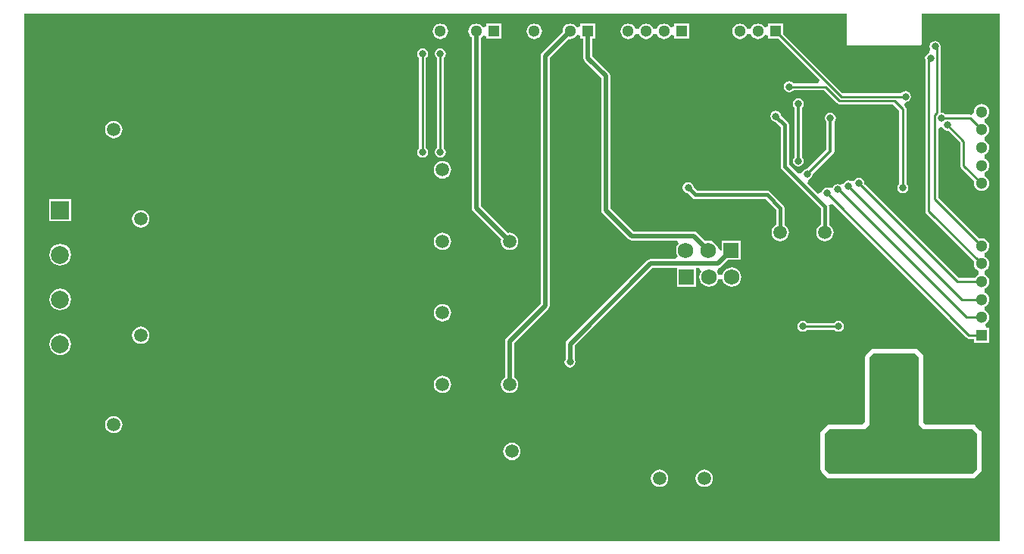
<source format=gbl>
G04 Layer_Physical_Order=2*
G04 Layer_Color=16711680*
%FSLAX42Y42*%
%MOMM*%
G71*
G01*
G75*
%ADD30C,0.25*%
%ADD31C,0.40*%
%ADD33C,0.50*%
%ADD35C,0.38*%
%ADD38C,5.00*%
%ADD39C,1.37*%
%ADD40R,1.37X1.37*%
%ADD41C,1.52*%
%ADD42C,1.30*%
%ADD43R,1.30X1.30*%
%ADD44R,1.30X1.30*%
%ADD45R,2.00X2.00*%
%ADD46C,2.00*%
%ADD47C,1.73*%
%ADD48R,1.73X1.73*%
%ADD49C,0.80*%
%ADD50R,3.00X1.00*%
%ADD51R,7.20X5.55*%
G36*
X9239Y5950D02*
Y5615D01*
X9241Y5607D01*
X9245Y5600D01*
X9252Y5596D01*
X9260Y5594D01*
X10060D01*
X10068Y5596D01*
X10075Y5600D01*
X10079Y5607D01*
X10081Y5615D01*
Y5950D01*
X10950D01*
Y50D01*
X50Y50D01*
Y5950D01*
X9239Y5950D01*
D02*
G37*
%LPC*%
G36*
X8250Y5836D02*
X8228Y5833D01*
X8207Y5825D01*
X8189Y5811D01*
X8175Y5793D01*
X8171Y5781D01*
X8165Y5780D01*
X8135D01*
X8129Y5781D01*
X8125Y5793D01*
X8111Y5811D01*
X8093Y5825D01*
X8072Y5833D01*
X8050Y5836D01*
X8028Y5833D01*
X8007Y5825D01*
X7989Y5811D01*
X7975Y5793D01*
X7967Y5772D01*
X7964Y5750D01*
X7967Y5728D01*
X7975Y5707D01*
X7989Y5689D01*
X8007Y5675D01*
X8028Y5667D01*
X8050Y5664D01*
X8072Y5667D01*
X8093Y5675D01*
X8111Y5689D01*
X8125Y5707D01*
X8129Y5719D01*
X8135Y5720D01*
X8165D01*
X8171Y5719D01*
X8175Y5707D01*
X8189Y5689D01*
X8207Y5675D01*
X8228Y5667D01*
X8250Y5664D01*
X8272Y5667D01*
X8293Y5675D01*
X8311Y5689D01*
X8325Y5707D01*
X8325Y5707D01*
X8365Y5699D01*
Y5665D01*
X8480D01*
X8939Y5206D01*
X8924Y5169D01*
X8647D01*
X8643Y5173D01*
X8624Y5187D01*
X8600Y5191D01*
X8576Y5187D01*
X8557Y5173D01*
X8543Y5154D01*
X8539Y5130D01*
X8543Y5106D01*
X8557Y5087D01*
X8576Y5073D01*
X8600Y5069D01*
X8624Y5073D01*
X8643Y5087D01*
X8647Y5091D01*
X8989D01*
X9134Y4947D01*
X9146Y4938D01*
X9161Y4935D01*
X9760D01*
X9831Y4864D01*
Y4047D01*
X9827Y4043D01*
X9813Y4024D01*
X9809Y4000D01*
X9813Y3976D01*
X9827Y3957D01*
X9846Y3943D01*
X9870Y3939D01*
X9894Y3943D01*
X9913Y3957D01*
X9927Y3976D01*
X9931Y4000D01*
X9927Y4024D01*
X9913Y4043D01*
X9909Y4047D01*
Y4880D01*
X9906Y4895D01*
X9897Y4907D01*
X9884Y4921D01*
X9896Y4949D01*
X9902Y4959D01*
X9924Y4963D01*
X9943Y4977D01*
X9957Y4996D01*
X9961Y5020D01*
X9957Y5044D01*
X9943Y5063D01*
X9924Y5077D01*
X9900Y5081D01*
X9876Y5077D01*
X9857Y5063D01*
X9853Y5059D01*
X9196D01*
X8535Y5720D01*
Y5835D01*
X8365D01*
Y5801D01*
X8325Y5793D01*
X8325Y5793D01*
X8311Y5811D01*
X8293Y5825D01*
X8272Y5833D01*
X8250Y5836D01*
D02*
G37*
G36*
X7200D02*
X7178Y5833D01*
X7157Y5825D01*
X7139Y5811D01*
X7125Y5793D01*
X7121Y5781D01*
X7115Y5780D01*
X7085D01*
X7079Y5781D01*
X7075Y5793D01*
X7061Y5811D01*
X7043Y5825D01*
X7022Y5833D01*
X7000Y5836D01*
X6978Y5833D01*
X6957Y5825D01*
X6939Y5811D01*
X6925Y5793D01*
X6921Y5781D01*
X6915Y5780D01*
X6885D01*
X6879Y5781D01*
X6875Y5793D01*
X6861Y5811D01*
X6843Y5825D01*
X6822Y5833D01*
X6800Y5836D01*
X6778Y5833D01*
X6757Y5825D01*
X6739Y5811D01*
X6725Y5793D01*
X6717Y5772D01*
X6714Y5750D01*
X6717Y5728D01*
X6725Y5707D01*
X6739Y5689D01*
X6757Y5675D01*
X6778Y5667D01*
X6800Y5664D01*
X6822Y5667D01*
X6843Y5675D01*
X6861Y5689D01*
X6875Y5707D01*
X6879Y5719D01*
X6885Y5720D01*
X6915D01*
X6921Y5719D01*
X6925Y5707D01*
X6939Y5689D01*
X6957Y5675D01*
X6978Y5667D01*
X7000Y5664D01*
X7022Y5667D01*
X7043Y5675D01*
X7061Y5689D01*
X7075Y5707D01*
X7079Y5719D01*
X7085Y5720D01*
X7115D01*
X7121Y5719D01*
X7125Y5707D01*
X7139Y5689D01*
X7157Y5675D01*
X7178Y5667D01*
X7200Y5664D01*
X7222Y5667D01*
X7243Y5675D01*
X7261Y5689D01*
X7275Y5707D01*
X7275Y5707D01*
X7315Y5699D01*
Y5665D01*
X7485D01*
Y5835D01*
X7315D01*
Y5801D01*
X7275Y5793D01*
X7275Y5793D01*
X7261Y5811D01*
X7243Y5825D01*
X7222Y5833D01*
X7200Y5836D01*
D02*
G37*
G36*
X5100D02*
X5078Y5833D01*
X5057Y5825D01*
X5039Y5811D01*
X5025Y5793D01*
X5017Y5772D01*
X5014Y5750D01*
X5017Y5728D01*
X5025Y5707D01*
X5039Y5689D01*
X5049Y5682D01*
Y3775D01*
X5053Y3755D01*
X5064Y3739D01*
X5381Y3422D01*
X5378Y3400D01*
X5381Y3375D01*
X5391Y3351D01*
X5406Y3331D01*
X5426Y3316D01*
X5450Y3306D01*
X5475Y3303D01*
X5500Y3306D01*
X5524Y3316D01*
X5544Y3331D01*
X5559Y3351D01*
X5569Y3375D01*
X5572Y3400D01*
X5569Y3425D01*
X5559Y3449D01*
X5544Y3469D01*
X5524Y3484D01*
X5500Y3494D01*
X5475Y3497D01*
X5453Y3494D01*
X5151Y3796D01*
Y5679D01*
X5175Y5700D01*
X5215Y5690D01*
Y5665D01*
X5385D01*
Y5835D01*
X5215D01*
Y5801D01*
X5175Y5793D01*
X5175Y5793D01*
X5161Y5811D01*
X5143Y5825D01*
X5122Y5833D01*
X5100Y5836D01*
D02*
G37*
G36*
X5750D02*
X5728Y5833D01*
X5707Y5825D01*
X5689Y5811D01*
X5675Y5793D01*
X5667Y5772D01*
X5664Y5750D01*
X5667Y5728D01*
X5675Y5707D01*
X5689Y5689D01*
X5707Y5675D01*
X5728Y5667D01*
X5750Y5664D01*
X5772Y5667D01*
X5793Y5675D01*
X5811Y5689D01*
X5825Y5707D01*
X5833Y5728D01*
X5836Y5750D01*
X5833Y5772D01*
X5825Y5793D01*
X5811Y5811D01*
X5793Y5825D01*
X5772Y5833D01*
X5750Y5836D01*
D02*
G37*
G36*
X4700D02*
X4678Y5833D01*
X4657Y5825D01*
X4639Y5811D01*
X4625Y5793D01*
X4617Y5772D01*
X4614Y5750D01*
X4617Y5728D01*
X4625Y5707D01*
X4639Y5689D01*
X4657Y5675D01*
X4678Y5667D01*
X4700Y5664D01*
X4722Y5667D01*
X4743Y5675D01*
X4761Y5689D01*
X4775Y5707D01*
X4783Y5728D01*
X4786Y5750D01*
X4783Y5772D01*
X4775Y5793D01*
X4761Y5811D01*
X4743Y5825D01*
X4722Y5833D01*
X4700Y5836D01*
D02*
G37*
G36*
X1050Y4747D02*
X1025Y4744D01*
X1001Y4734D01*
X981Y4719D01*
X966Y4699D01*
X956Y4675D01*
X953Y4650D01*
X956Y4625D01*
X966Y4601D01*
X981Y4581D01*
X1001Y4566D01*
X1025Y4556D01*
X1050Y4553D01*
X1075Y4556D01*
X1099Y4566D01*
X1119Y4581D01*
X1134Y4601D01*
X1144Y4625D01*
X1147Y4650D01*
X1144Y4675D01*
X1134Y4699D01*
X1119Y4719D01*
X1099Y4734D01*
X1075Y4744D01*
X1050Y4747D01*
D02*
G37*
G36*
X4700Y5561D02*
X4676Y5557D01*
X4657Y5543D01*
X4643Y5524D01*
X4639Y5500D01*
X4643Y5476D01*
X4657Y5457D01*
X4661Y5453D01*
Y4447D01*
X4657Y4443D01*
X4643Y4424D01*
X4639Y4400D01*
X4643Y4376D01*
X4657Y4357D01*
X4676Y4343D01*
X4700Y4339D01*
X4724Y4343D01*
X4743Y4357D01*
X4757Y4376D01*
X4761Y4400D01*
X4757Y4424D01*
X4743Y4443D01*
X4739Y4447D01*
Y5453D01*
X4743Y5457D01*
X4757Y5476D01*
X4761Y5500D01*
X4757Y5524D01*
X4743Y5543D01*
X4724Y5557D01*
X4700Y5561D01*
D02*
G37*
G36*
X4500D02*
X4476Y5557D01*
X4457Y5543D01*
X4443Y5524D01*
X4439Y5500D01*
X4443Y5476D01*
X4457Y5457D01*
X4461Y5453D01*
Y4447D01*
X4457Y4443D01*
X4443Y4424D01*
X4439Y4400D01*
X4443Y4376D01*
X4457Y4357D01*
X4476Y4343D01*
X4500Y4339D01*
X4524Y4343D01*
X4543Y4357D01*
X4557Y4376D01*
X4561Y4400D01*
X4557Y4424D01*
X4543Y4443D01*
X4539Y4447D01*
Y5453D01*
X4543Y5457D01*
X4557Y5476D01*
X4561Y5500D01*
X4557Y5524D01*
X4543Y5543D01*
X4524Y5557D01*
X4500Y5561D01*
D02*
G37*
G36*
X8700Y5001D02*
X8676Y4997D01*
X8657Y4983D01*
X8643Y4964D01*
X8639Y4940D01*
X8643Y4916D01*
X8655Y4899D01*
Y4341D01*
X8643Y4324D01*
X8639Y4300D01*
X8643Y4276D01*
X8657Y4257D01*
X8676Y4243D01*
X8700Y4239D01*
X8724Y4243D01*
X8743Y4257D01*
X8757Y4276D01*
X8761Y4300D01*
X8757Y4324D01*
X8745Y4341D01*
Y4899D01*
X8757Y4916D01*
X8761Y4940D01*
X8757Y4964D01*
X8743Y4983D01*
X8724Y4997D01*
X8700Y5001D01*
D02*
G37*
G36*
X4725Y4297D02*
X4700Y4294D01*
X4676Y4284D01*
X4656Y4269D01*
X4641Y4249D01*
X4631Y4225D01*
X4628Y4200D01*
X4631Y4175D01*
X4641Y4151D01*
X4656Y4131D01*
X4676Y4116D01*
X4700Y4106D01*
X4725Y4103D01*
X4750Y4106D01*
X4774Y4116D01*
X4794Y4131D01*
X4809Y4151D01*
X4819Y4175D01*
X4822Y4200D01*
X4819Y4225D01*
X4809Y4249D01*
X4794Y4269D01*
X4774Y4284D01*
X4750Y4294D01*
X4725Y4297D01*
D02*
G37*
G36*
X570Y3870D02*
X330D01*
Y3630D01*
X570D01*
Y3870D01*
D02*
G37*
G36*
X1350Y3747D02*
X1325Y3744D01*
X1301Y3734D01*
X1281Y3719D01*
X1266Y3699D01*
X1256Y3675D01*
X1253Y3650D01*
X1256Y3625D01*
X1266Y3601D01*
X1281Y3581D01*
X1301Y3566D01*
X1325Y3556D01*
X1350Y3553D01*
X1375Y3556D01*
X1399Y3566D01*
X1419Y3581D01*
X1434Y3601D01*
X1444Y3625D01*
X1447Y3650D01*
X1444Y3675D01*
X1434Y3699D01*
X1419Y3719D01*
X1399Y3734D01*
X1375Y3744D01*
X1350Y3747D01*
D02*
G37*
G36*
X7470Y4061D02*
X7446Y4057D01*
X7427Y4043D01*
X7413Y4024D01*
X7409Y4000D01*
X7413Y3976D01*
X7427Y3957D01*
X7446Y3943D01*
X7465Y3940D01*
X7517Y3887D01*
X7517Y3887D01*
X7532Y3877D01*
X7550Y3874D01*
X7550Y3874D01*
X8331D01*
X8454Y3751D01*
Y3585D01*
X8451Y3584D01*
X8431Y3569D01*
X8416Y3549D01*
X8406Y3525D01*
X8403Y3500D01*
X8406Y3475D01*
X8416Y3451D01*
X8431Y3431D01*
X8451Y3416D01*
X8475Y3406D01*
X8500Y3403D01*
X8525Y3406D01*
X8549Y3416D01*
X8569Y3431D01*
X8584Y3451D01*
X8594Y3475D01*
X8597Y3500D01*
X8594Y3525D01*
X8584Y3549D01*
X8569Y3569D01*
X8549Y3584D01*
X8546Y3585D01*
Y3770D01*
X8543Y3788D01*
X8533Y3803D01*
X8533Y3803D01*
X8383Y3953D01*
X8368Y3963D01*
X8350Y3966D01*
X8350Y3966D01*
X7569D01*
X7530Y4005D01*
X7527Y4024D01*
X7513Y4043D01*
X7494Y4057D01*
X7470Y4061D01*
D02*
G37*
G36*
X4725Y3497D02*
X4700Y3494D01*
X4676Y3484D01*
X4656Y3469D01*
X4641Y3449D01*
X4631Y3425D01*
X4628Y3400D01*
X4631Y3375D01*
X4641Y3351D01*
X4656Y3331D01*
X4676Y3316D01*
X4700Y3306D01*
X4725Y3303D01*
X4750Y3306D01*
X4774Y3316D01*
X4794Y3331D01*
X4809Y3351D01*
X4819Y3375D01*
X4822Y3400D01*
X4819Y3425D01*
X4809Y3449D01*
X4794Y3469D01*
X4774Y3484D01*
X4750Y3494D01*
X4725Y3497D01*
D02*
G37*
G36*
X450Y3371D02*
X419Y3367D01*
X389Y3355D01*
X364Y3336D01*
X345Y3311D01*
X333Y3281D01*
X329Y3250D01*
X333Y3219D01*
X345Y3189D01*
X364Y3164D01*
X389Y3145D01*
X419Y3133D01*
X450Y3129D01*
X481Y3133D01*
X511Y3145D01*
X536Y3164D01*
X555Y3189D01*
X567Y3219D01*
X571Y3250D01*
X567Y3281D01*
X555Y3311D01*
X536Y3336D01*
X511Y3355D01*
X481Y3367D01*
X450Y3371D01*
D02*
G37*
G36*
X10230Y5641D02*
X10206Y5637D01*
X10187Y5623D01*
X10173Y5604D01*
X10169Y5580D01*
X10173Y5556D01*
X10178Y5550D01*
X10163Y5510D01*
X10161Y5508D01*
X10156Y5507D01*
X10137Y5493D01*
X10123Y5474D01*
X10119Y5450D01*
X10122Y5433D01*
X10121Y5430D01*
Y3740D01*
X10124Y3725D01*
X10133Y3713D01*
X10669Y3176D01*
X10667Y3172D01*
X10664Y3150D01*
X10667Y3128D01*
X10675Y3107D01*
X10689Y3089D01*
X10707Y3075D01*
X10719Y3071D01*
X10720Y3065D01*
Y3035D01*
X10719Y3029D01*
X10707Y3025D01*
X10689Y3011D01*
X10675Y2993D01*
X10674Y2989D01*
X10496D01*
X9440Y4045D01*
X9441Y4050D01*
X9437Y4074D01*
X9423Y4093D01*
X9404Y4107D01*
X9380Y4111D01*
X9356Y4107D01*
X9337Y4093D01*
X9333Y4088D01*
X9316Y4074D01*
X9284Y4077D01*
X9283Y4077D01*
X9260Y4081D01*
X9236Y4077D01*
X9217Y4063D01*
X9209Y4052D01*
X9201Y4043D01*
X9164Y4037D01*
X9161Y4037D01*
X9140Y4041D01*
X9116Y4037D01*
X9097Y4023D01*
X9089Y4012D01*
X9081Y4003D01*
X9044Y3997D01*
X9041Y3997D01*
X9020Y4001D01*
X8996Y3997D01*
X8977Y3983D01*
X8963Y3964D01*
X8961Y3951D01*
X8929Y3937D01*
X8920Y3936D01*
X8806Y4050D01*
X8820Y4092D01*
X8824Y4093D01*
X8843Y4107D01*
X8857Y4126D01*
X8861Y4147D01*
X9092Y4378D01*
X9102Y4393D01*
X9105Y4410D01*
Y4739D01*
X9117Y4756D01*
X9121Y4780D01*
X9117Y4804D01*
X9103Y4823D01*
X9084Y4837D01*
X9060Y4841D01*
X9036Y4837D01*
X9017Y4823D01*
X9003Y4804D01*
X8999Y4780D01*
X9003Y4756D01*
X9015Y4739D01*
Y4429D01*
X8797Y4211D01*
X8776Y4207D01*
X8757Y4193D01*
X8743Y4174D01*
X8742Y4170D01*
X8700Y4156D01*
X8596Y4259D01*
Y4700D01*
X8596Y4700D01*
X8593Y4718D01*
X8583Y4733D01*
X8583Y4733D01*
X8510Y4805D01*
X8507Y4824D01*
X8493Y4843D01*
X8474Y4857D01*
X8450Y4861D01*
X8426Y4857D01*
X8407Y4843D01*
X8393Y4824D01*
X8389Y4800D01*
X8393Y4776D01*
X8407Y4757D01*
X8426Y4743D01*
X8445Y4740D01*
X8504Y4681D01*
Y4240D01*
X8504Y4240D01*
X8507Y4222D01*
X8517Y4207D01*
X8954Y3771D01*
Y3585D01*
X8951Y3584D01*
X8931Y3569D01*
X8916Y3549D01*
X8906Y3525D01*
X8903Y3500D01*
X8906Y3475D01*
X8916Y3451D01*
X8931Y3431D01*
X8951Y3416D01*
X8975Y3406D01*
X9000Y3403D01*
X9025Y3406D01*
X9049Y3416D01*
X9069Y3431D01*
X9084Y3451D01*
X9094Y3475D01*
X9097Y3500D01*
X9094Y3525D01*
X9084Y3549D01*
X9069Y3569D01*
X9049Y3584D01*
X9046Y3585D01*
Y3790D01*
X9046Y3790D01*
X9043Y3805D01*
X9045Y3808D01*
X9083Y3822D01*
X10583Y2323D01*
X10595Y2314D01*
X10610Y2311D01*
X10665D01*
Y2265D01*
X10835D01*
Y2435D01*
X10801D01*
X10793Y2475D01*
X10793Y2475D01*
X10811Y2489D01*
X10825Y2507D01*
X10833Y2528D01*
X10836Y2550D01*
X10833Y2572D01*
X10825Y2593D01*
X10811Y2611D01*
X10793Y2625D01*
X10781Y2629D01*
X10780Y2635D01*
Y2665D01*
X10781Y2671D01*
X10793Y2675D01*
X10811Y2689D01*
X10825Y2707D01*
X10833Y2728D01*
X10836Y2750D01*
X10833Y2772D01*
X10825Y2793D01*
X10811Y2811D01*
X10793Y2825D01*
X10781Y2829D01*
X10780Y2835D01*
Y2865D01*
X10781Y2871D01*
X10793Y2875D01*
X10811Y2889D01*
X10825Y2907D01*
X10833Y2928D01*
X10836Y2950D01*
X10833Y2972D01*
X10825Y2993D01*
X10811Y3011D01*
X10793Y3025D01*
X10781Y3029D01*
X10780Y3035D01*
Y3065D01*
X10781Y3071D01*
X10793Y3075D01*
X10811Y3089D01*
X10825Y3107D01*
X10833Y3128D01*
X10836Y3150D01*
X10833Y3172D01*
X10825Y3193D01*
X10811Y3211D01*
X10793Y3225D01*
X10781Y3229D01*
X10780Y3235D01*
Y3265D01*
X10781Y3271D01*
X10793Y3275D01*
X10811Y3289D01*
X10825Y3307D01*
X10833Y3328D01*
X10836Y3350D01*
X10833Y3372D01*
X10825Y3393D01*
X10811Y3411D01*
X10793Y3425D01*
X10772Y3433D01*
X10750Y3436D01*
X10728Y3433D01*
X10724Y3431D01*
X10265Y3890D01*
Y4655D01*
X10284Y4675D01*
X10305Y4682D01*
X10313Y4677D01*
X10313Y4676D01*
X10327Y4657D01*
X10346Y4643D01*
X10370Y4639D01*
X10375Y4640D01*
X10511Y4504D01*
Y4250D01*
X10514Y4235D01*
X10523Y4223D01*
X10669Y4076D01*
X10667Y4072D01*
X10664Y4050D01*
X10667Y4028D01*
X10675Y4007D01*
X10689Y3989D01*
X10707Y3975D01*
X10728Y3967D01*
X10750Y3964D01*
X10772Y3967D01*
X10793Y3975D01*
X10811Y3989D01*
X10825Y4007D01*
X10833Y4028D01*
X10836Y4050D01*
X10833Y4072D01*
X10825Y4093D01*
X10811Y4111D01*
X10793Y4125D01*
X10781Y4129D01*
X10780Y4135D01*
Y4165D01*
X10781Y4171D01*
X10793Y4175D01*
X10811Y4189D01*
X10825Y4207D01*
X10833Y4228D01*
X10836Y4250D01*
X10833Y4272D01*
X10825Y4293D01*
X10811Y4311D01*
X10793Y4325D01*
X10781Y4329D01*
X10780Y4335D01*
Y4365D01*
X10781Y4371D01*
X10793Y4375D01*
X10811Y4389D01*
X10825Y4407D01*
X10833Y4428D01*
X10836Y4450D01*
X10833Y4472D01*
X10825Y4493D01*
X10811Y4511D01*
X10793Y4525D01*
X10781Y4529D01*
X10780Y4535D01*
Y4565D01*
X10781Y4571D01*
X10793Y4575D01*
X10811Y4589D01*
X10825Y4607D01*
X10833Y4628D01*
X10836Y4650D01*
X10833Y4672D01*
X10825Y4693D01*
X10811Y4711D01*
X10793Y4725D01*
X10781Y4729D01*
X10780Y4735D01*
Y4765D01*
X10781Y4771D01*
X10793Y4775D01*
X10811Y4789D01*
X10825Y4807D01*
X10833Y4828D01*
X10836Y4850D01*
X10833Y4872D01*
X10825Y4893D01*
X10811Y4911D01*
X10793Y4925D01*
X10772Y4933D01*
X10750Y4936D01*
X10728Y4933D01*
X10707Y4925D01*
X10689Y4911D01*
X10675Y4893D01*
X10667Y4872D01*
X10664Y4850D01*
X10665Y4844D01*
X10649Y4829D01*
X10631Y4817D01*
X10630Y4817D01*
X10620Y4819D01*
X10620Y4819D01*
X10347D01*
X10343Y4823D01*
X10324Y4837D01*
X10300Y4841D01*
X10292Y4848D01*
Y5557D01*
X10289Y5569D01*
X10291Y5580D01*
X10287Y5604D01*
X10273Y5623D01*
X10254Y5637D01*
X10230Y5641D01*
D02*
G37*
G36*
X6150Y5836D02*
X6128Y5833D01*
X6107Y5825D01*
X6089Y5811D01*
X6075Y5793D01*
X6067Y5772D01*
X6064Y5750D01*
X6066Y5738D01*
X5834Y5506D01*
X5823Y5490D01*
X5819Y5470D01*
Y2701D01*
X5439Y2321D01*
X5428Y2305D01*
X5424Y2285D01*
Y1882D01*
X5406Y1869D01*
X5391Y1849D01*
X5381Y1825D01*
X5378Y1800D01*
X5381Y1775D01*
X5391Y1751D01*
X5406Y1731D01*
X5426Y1716D01*
X5450Y1706D01*
X5475Y1703D01*
X5500Y1706D01*
X5524Y1716D01*
X5544Y1731D01*
X5559Y1751D01*
X5569Y1775D01*
X5572Y1800D01*
X5569Y1825D01*
X5559Y1849D01*
X5544Y1869D01*
X5526Y1882D01*
Y2264D01*
X5906Y2644D01*
X5917Y2660D01*
X5921Y2680D01*
Y5449D01*
X6138Y5666D01*
X6150Y5664D01*
X6172Y5667D01*
X6193Y5675D01*
X6211Y5689D01*
X6225Y5707D01*
X6225Y5707D01*
X6265Y5699D01*
Y5665D01*
X6299D01*
Y5450D01*
X6303Y5430D01*
X6314Y5414D01*
X6499Y5229D01*
Y3750D01*
X6503Y3730D01*
X6514Y3714D01*
X6804Y3424D01*
X6820Y3413D01*
X6840Y3409D01*
X7343D01*
X7352Y3395D01*
X7360Y3369D01*
X7349Y3354D01*
X7338Y3328D01*
X7334Y3300D01*
X7338Y3272D01*
X7349Y3246D01*
X7353Y3241D01*
X7333Y3201D01*
X7050D01*
X7030Y3197D01*
X7014Y3186D01*
X6114Y2286D01*
X6103Y2270D01*
X6099Y2250D01*
Y2082D01*
X6093Y2074D01*
X6089Y2050D01*
X6093Y2026D01*
X6107Y2007D01*
X6126Y1993D01*
X6150Y1989D01*
X6174Y1993D01*
X6193Y2007D01*
X6207Y2026D01*
X6211Y2050D01*
X6207Y2074D01*
X6201Y2082D01*
Y2229D01*
X7071Y3099D01*
X7343D01*
Y2893D01*
X7557D01*
Y3099D01*
X7595D01*
X7615Y3059D01*
X7611Y3054D01*
X7600Y3028D01*
X7596Y3000D01*
X7600Y2972D01*
X7611Y2946D01*
X7628Y2924D01*
X7650Y2907D01*
X7676Y2896D01*
X7704Y2892D01*
X7732Y2896D01*
X7758Y2907D01*
X7780Y2924D01*
X7797Y2946D01*
X7806Y2968D01*
X7807Y2971D01*
X7808Y2972D01*
X7808Y2972D01*
X7854D01*
X7854Y2972D01*
X7855Y2971D01*
X7856Y2968D01*
X7865Y2946D01*
X7882Y2924D01*
X7904Y2907D01*
X7930Y2896D01*
X7958Y2892D01*
X7986Y2896D01*
X8012Y2907D01*
X8034Y2924D01*
X8051Y2946D01*
X8062Y2972D01*
X8066Y3000D01*
X8062Y3028D01*
X8051Y3054D01*
X8034Y3076D01*
X8012Y3093D01*
X7986Y3104D01*
X7958Y3108D01*
X7930Y3104D01*
X7904Y3093D01*
X7882Y3076D01*
X7865Y3054D01*
X7856Y3032D01*
X7855Y3029D01*
X7854Y3028D01*
X7854Y3028D01*
X7808D01*
X7808Y3028D01*
X7807Y3029D01*
X7806Y3032D01*
X7797Y3054D01*
X7793Y3059D01*
X7796Y3073D01*
X7811Y3101D01*
X7820Y3103D01*
X7836Y3114D01*
X7916Y3193D01*
X8057D01*
Y3407D01*
X7843D01*
Y3300D01*
X7842Y3298D01*
X7840Y3298D01*
X7801Y3322D01*
X7800Y3328D01*
X7789Y3354D01*
X7772Y3376D01*
X7750Y3393D01*
X7724Y3404D01*
X7696Y3408D01*
X7668Y3404D01*
X7666Y3403D01*
X7572Y3496D01*
X7556Y3507D01*
X7536Y3511D01*
X6861D01*
X6601Y3771D01*
Y5250D01*
X6597Y5270D01*
X6586Y5286D01*
X6401Y5471D01*
Y5665D01*
X6435D01*
Y5835D01*
X6265D01*
Y5801D01*
X6225Y5793D01*
X6225Y5793D01*
X6211Y5811D01*
X6193Y5825D01*
X6172Y5833D01*
X6150Y5836D01*
D02*
G37*
G36*
X450Y2871D02*
X419Y2867D01*
X389Y2855D01*
X364Y2836D01*
X345Y2811D01*
X333Y2781D01*
X329Y2750D01*
X333Y2719D01*
X345Y2689D01*
X364Y2664D01*
X389Y2645D01*
X419Y2633D01*
X450Y2629D01*
X481Y2633D01*
X511Y2645D01*
X536Y2664D01*
X555Y2689D01*
X567Y2719D01*
X571Y2750D01*
X567Y2781D01*
X555Y2811D01*
X536Y2836D01*
X511Y2855D01*
X481Y2867D01*
X450Y2871D01*
D02*
G37*
G36*
X4725Y2697D02*
X4700Y2694D01*
X4676Y2684D01*
X4656Y2669D01*
X4641Y2649D01*
X4631Y2625D01*
X4628Y2600D01*
X4631Y2575D01*
X4641Y2551D01*
X4656Y2531D01*
X4676Y2516D01*
X4700Y2506D01*
X4725Y2503D01*
X4750Y2506D01*
X4774Y2516D01*
X4794Y2531D01*
X4809Y2551D01*
X4819Y2575D01*
X4822Y2600D01*
X4819Y2625D01*
X4809Y2649D01*
X4794Y2669D01*
X4774Y2684D01*
X4750Y2694D01*
X4725Y2697D01*
D02*
G37*
G36*
X9150Y2511D02*
X9126Y2507D01*
X9107Y2493D01*
X9103Y2489D01*
X8797D01*
X8793Y2493D01*
X8774Y2507D01*
X8750Y2511D01*
X8726Y2507D01*
X8707Y2493D01*
X8693Y2474D01*
X8689Y2450D01*
X8693Y2426D01*
X8707Y2407D01*
X8726Y2393D01*
X8750Y2389D01*
X8774Y2393D01*
X8793Y2407D01*
X8797Y2411D01*
X9103D01*
X9107Y2407D01*
X9126Y2393D01*
X9150Y2389D01*
X9174Y2393D01*
X9193Y2407D01*
X9207Y2426D01*
X9211Y2450D01*
X9207Y2474D01*
X9193Y2493D01*
X9174Y2507D01*
X9150Y2511D01*
D02*
G37*
G36*
X1350Y2447D02*
X1325Y2444D01*
X1301Y2434D01*
X1281Y2419D01*
X1266Y2399D01*
X1256Y2375D01*
X1253Y2350D01*
X1256Y2325D01*
X1266Y2301D01*
X1281Y2281D01*
X1301Y2266D01*
X1325Y2256D01*
X1350Y2253D01*
X1375Y2256D01*
X1399Y2266D01*
X1419Y2281D01*
X1434Y2301D01*
X1444Y2325D01*
X1447Y2350D01*
X1444Y2375D01*
X1434Y2399D01*
X1419Y2419D01*
X1399Y2434D01*
X1375Y2444D01*
X1350Y2447D01*
D02*
G37*
G36*
X450Y2371D02*
X419Y2367D01*
X389Y2355D01*
X364Y2336D01*
X345Y2311D01*
X333Y2281D01*
X329Y2250D01*
X333Y2219D01*
X345Y2189D01*
X364Y2164D01*
X389Y2145D01*
X419Y2133D01*
X450Y2129D01*
X481Y2133D01*
X511Y2145D01*
X536Y2164D01*
X555Y2189D01*
X567Y2219D01*
X571Y2250D01*
X567Y2281D01*
X555Y2311D01*
X536Y2336D01*
X511Y2355D01*
X481Y2367D01*
X450Y2371D01*
D02*
G37*
G36*
X4725Y1897D02*
X4700Y1894D01*
X4676Y1884D01*
X4656Y1869D01*
X4641Y1849D01*
X4631Y1825D01*
X4628Y1800D01*
X4631Y1775D01*
X4641Y1751D01*
X4656Y1731D01*
X4676Y1716D01*
X4700Y1706D01*
X4725Y1703D01*
X4750Y1706D01*
X4774Y1716D01*
X4794Y1731D01*
X4809Y1751D01*
X4819Y1775D01*
X4822Y1800D01*
X4819Y1825D01*
X4809Y1849D01*
X4794Y1869D01*
X4774Y1884D01*
X4750Y1894D01*
X4725Y1897D01*
D02*
G37*
G36*
X1050Y1447D02*
X1025Y1444D01*
X1001Y1434D01*
X981Y1419D01*
X966Y1399D01*
X956Y1375D01*
X953Y1350D01*
X956Y1325D01*
X966Y1301D01*
X981Y1281D01*
X1001Y1266D01*
X1025Y1256D01*
X1050Y1253D01*
X1075Y1256D01*
X1099Y1266D01*
X1119Y1281D01*
X1134Y1301D01*
X1144Y1325D01*
X1147Y1350D01*
X1144Y1375D01*
X1134Y1399D01*
X1119Y1419D01*
X1099Y1434D01*
X1075Y1444D01*
X1050Y1447D01*
D02*
G37*
G36*
X5500Y1147D02*
X5475Y1144D01*
X5451Y1134D01*
X5431Y1119D01*
X5416Y1099D01*
X5406Y1075D01*
X5403Y1050D01*
X5406Y1025D01*
X5416Y1001D01*
X5431Y981D01*
X5451Y966D01*
X5475Y956D01*
X5500Y953D01*
X5525Y956D01*
X5549Y966D01*
X5569Y981D01*
X5584Y1001D01*
X5594Y1025D01*
X5597Y1050D01*
X5594Y1075D01*
X5584Y1099D01*
X5569Y1119D01*
X5549Y1134D01*
X5525Y1144D01*
X5500Y1147D01*
D02*
G37*
G36*
X9550Y2201D02*
X9530Y2197D01*
X9514Y2186D01*
X9464Y2136D01*
X9453Y2120D01*
X9449Y2100D01*
X9449Y1383D01*
X9417Y1351D01*
X9050D01*
X9030Y1347D01*
X9014Y1336D01*
X8964Y1286D01*
X8953Y1270D01*
X8949Y1250D01*
X8949Y850D01*
X8953Y830D01*
X8964Y814D01*
X9014Y764D01*
X9030Y753D01*
X9050Y749D01*
X10650Y749D01*
X10670Y753D01*
X10686Y764D01*
X10736Y814D01*
X10747Y830D01*
X10751Y850D01*
X10751Y1250D01*
X10747Y1270D01*
X10736Y1286D01*
X10686Y1336D01*
X10670Y1347D01*
X10650Y1351D01*
X10121Y1351D01*
X10101Y1371D01*
X10101Y2100D01*
X10097Y2120D01*
X10086Y2136D01*
X10036Y2186D01*
X10020Y2197D01*
X10000Y2201D01*
X9550Y2201D01*
D02*
G37*
G36*
X7650Y847D02*
X7625Y844D01*
X7601Y834D01*
X7581Y819D01*
X7566Y799D01*
X7556Y775D01*
X7553Y750D01*
X7556Y725D01*
X7566Y701D01*
X7581Y681D01*
X7601Y666D01*
X7625Y656D01*
X7650Y653D01*
X7675Y656D01*
X7699Y666D01*
X7719Y681D01*
X7734Y701D01*
X7744Y725D01*
X7747Y750D01*
X7744Y775D01*
X7734Y799D01*
X7719Y819D01*
X7699Y834D01*
X7675Y844D01*
X7650Y847D01*
D02*
G37*
G36*
X7150D02*
X7125Y844D01*
X7101Y834D01*
X7081Y819D01*
X7066Y799D01*
X7056Y775D01*
X7053Y750D01*
X7056Y725D01*
X7066Y701D01*
X7081Y681D01*
X7101Y666D01*
X7125Y656D01*
X7150Y653D01*
X7175Y656D01*
X7199Y666D01*
X7219Y681D01*
X7234Y701D01*
X7244Y725D01*
X7247Y750D01*
X7244Y775D01*
X7234Y799D01*
X7219Y819D01*
X7199Y834D01*
X7175Y844D01*
X7150Y847D01*
D02*
G37*
%LPD*%
G36*
X10000Y2150D02*
X10050Y2100D01*
X10050Y1350D01*
X10100Y1300D01*
X10650Y1300D01*
X10700Y1250D01*
X10700Y850D01*
X10650Y800D01*
X9050Y800D01*
X9000Y850D01*
X9000Y1250D01*
X9050Y1300D01*
X9450D01*
X9500Y1350D01*
X9500Y2100D01*
X9550Y2150D01*
X10000Y2150D01*
D02*
G37*
D30*
X4500Y4400D02*
Y5500D01*
X4700Y4400D02*
Y5500D01*
X8750Y2450D02*
X9150D01*
X9870Y4000D02*
Y4880D01*
X9776Y4974D02*
X9870Y4880D01*
X9161Y4974D02*
X9776D01*
X9005Y5130D02*
X9161Y4974D01*
X8600Y5130D02*
X9005D01*
X9180Y5020D02*
X9900D01*
X8450Y5750D02*
X9180Y5020D01*
X10530Y2750D02*
X10750D01*
X10300Y4780D02*
X10620D01*
X10370Y4700D02*
X10550Y4520D01*
X10620Y4780D02*
X10620Y4780D01*
X10750Y4650D01*
X10550Y4250D02*
Y4520D01*
Y4250D02*
X10750Y4050D01*
X9260Y4020D02*
X10530Y2750D01*
X9020Y3940D02*
X10610Y2350D01*
X10750D01*
X9140Y3980D02*
X9150D01*
X10580Y2550D01*
X10750D01*
X9380Y4050D02*
Y4050D01*
Y4050D02*
X10480Y2950D01*
X10750D01*
X10160Y3740D02*
X10750Y3150D01*
X10253Y4836D02*
Y5557D01*
X10230Y5580D02*
X10253Y5557D01*
X10226Y3874D02*
X10750Y3350D01*
X10226Y3874D02*
Y4809D01*
X10253Y4836D01*
X10160Y3740D02*
Y5430D01*
X10180Y5450D01*
D31*
X8450Y4800D02*
X8550Y4700D01*
Y4240D02*
Y4700D01*
Y4240D02*
X9000Y3790D01*
Y3500D02*
Y3790D01*
X7470Y4000D02*
X7550Y3920D01*
X8350D01*
X8500Y3770D01*
Y3500D02*
Y3770D01*
D33*
X7800Y3150D02*
X7950Y3300D01*
X5100Y3775D02*
Y5750D01*
Y3775D02*
X5475Y3400D01*
X7536Y3460D02*
X7696Y3300D01*
X6840Y3460D02*
X7536D01*
X6550Y3750D02*
X6840Y3460D01*
X6350Y5450D02*
Y5750D01*
Y5450D02*
X6550Y5250D01*
Y3750D02*
Y5250D01*
X7050Y3150D02*
X7800D01*
X6150Y2050D02*
Y2250D01*
X7050Y3150D01*
X5475Y1800D02*
Y2285D01*
X5870Y2680D01*
Y5470D01*
X6150Y5750D01*
D35*
X9060Y4410D02*
Y4780D01*
X8800Y4150D02*
X9060Y4410D01*
X8700Y4300D02*
Y4940D01*
X8700Y4300D02*
X8700Y4300D01*
D38*
X10600Y5600D02*
D03*
Y400D02*
D03*
X400D02*
D03*
Y5600D02*
D03*
D39*
X9250Y500D02*
D03*
D40*
Y1000D02*
D03*
D41*
X1050Y850D02*
D03*
Y1350D02*
D03*
X1350Y2350D02*
D03*
Y1850D02*
D03*
Y4150D02*
D03*
Y3650D02*
D03*
X1050Y4650D02*
D03*
Y5150D02*
D03*
X9000Y3500D02*
D03*
X8500D02*
D03*
X5000Y1050D02*
D03*
X5500D02*
D03*
X7650Y750D02*
D03*
X7150D02*
D03*
X5475Y1800D02*
D03*
X4725D02*
D03*
Y2600D02*
D03*
X5475D02*
D03*
Y3400D02*
D03*
X4725D02*
D03*
Y4200D02*
D03*
X5475D02*
D03*
D42*
X10750Y4850D02*
D03*
Y4650D02*
D03*
Y4450D02*
D03*
Y4250D02*
D03*
Y4050D02*
D03*
Y3350D02*
D03*
Y3150D02*
D03*
Y2950D02*
D03*
Y2750D02*
D03*
Y2550D02*
D03*
X8250Y5750D02*
D03*
X8050D02*
D03*
X7850D02*
D03*
X7200D02*
D03*
X7000D02*
D03*
X6800D02*
D03*
X6150D02*
D03*
X5950D02*
D03*
X5750D02*
D03*
X5100D02*
D03*
X4900D02*
D03*
X4700D02*
D03*
D43*
X10750Y3850D02*
D03*
Y2350D02*
D03*
D44*
X8450Y5750D02*
D03*
X7400D02*
D03*
X6350D02*
D03*
X5300D02*
D03*
D45*
X450Y3750D02*
D03*
X10500Y1100D02*
D03*
D46*
X450Y3250D02*
D03*
Y2750D02*
D03*
Y2250D02*
D03*
X10500Y1600D02*
D03*
D47*
X7704Y3000D02*
D03*
X7958D02*
D03*
X7696Y3300D02*
D03*
X7442D02*
D03*
D48*
X7450Y3000D02*
D03*
X7950Y3300D02*
D03*
D49*
X3500Y3000D02*
D03*
Y2875D02*
D03*
Y3125D02*
D03*
X3375Y3000D02*
D03*
X3625D02*
D03*
X3375Y2875D02*
D03*
X3625D02*
D03*
X3375Y3125D02*
D03*
X3625D02*
D03*
X4500Y5500D02*
D03*
X4700D02*
D03*
X8750Y2450D02*
D03*
X9150D02*
D03*
X9870Y4000D02*
D03*
X8600Y5130D02*
D03*
X9900Y5020D02*
D03*
X10370Y4700D02*
D03*
X10300Y4780D02*
D03*
X10230Y5580D02*
D03*
X3100Y2150D02*
D03*
Y3850D02*
D03*
X8700Y4940D02*
D03*
X8700Y4300D02*
D03*
X9060Y4780D02*
D03*
X8800Y4150D02*
D03*
X8450Y4800D02*
D03*
X7450Y4250D02*
D03*
X7470Y4000D02*
D03*
X4500Y4400D02*
D03*
X4700D02*
D03*
X6150Y2050D02*
D03*
X7450Y2230D02*
D03*
Y2360D02*
D03*
X8070Y1030D02*
D03*
X9250Y3250D02*
D03*
X9000D02*
D03*
X8750D02*
D03*
X8500D02*
D03*
X8350Y3100D02*
D03*
X8600D02*
D03*
X8850D02*
D03*
X9100D02*
D03*
X9350D02*
D03*
X8450Y2950D02*
D03*
X8700D02*
D03*
X9200D02*
D03*
X9450D02*
D03*
X5800Y2400D02*
D03*
Y2200D02*
D03*
X4250D02*
D03*
X4450Y1700D02*
D03*
X4470Y2350D02*
D03*
X4400Y3150D02*
D03*
Y3400D02*
D03*
X4280Y3630D02*
D03*
X8500Y1400D02*
D03*
Y1200D02*
D03*
X8650Y1300D02*
D03*
X5730Y3450D02*
D03*
Y3700D02*
D03*
X8700Y5800D02*
D03*
Y5700D02*
D03*
X8600Y5300D02*
D03*
Y5400D02*
D03*
X10800Y5200D02*
D03*
X4100Y200D02*
D03*
X4000D02*
D03*
X3900D02*
D03*
X3800D02*
D03*
X3700D02*
D03*
Y5800D02*
D03*
X3800D02*
D03*
X3900D02*
D03*
X4000D02*
D03*
X4100D02*
D03*
X5730Y3200D02*
D03*
Y2950D02*
D03*
X5800Y950D02*
D03*
X9380Y4050D02*
D03*
X9260Y4020D02*
D03*
X9020Y3940D02*
D03*
X9140Y3980D02*
D03*
X10180Y5450D02*
D03*
D50*
X9660Y1979D02*
D03*
Y1521D02*
D03*
D51*
X9055Y1750D02*
D03*
M02*

</source>
